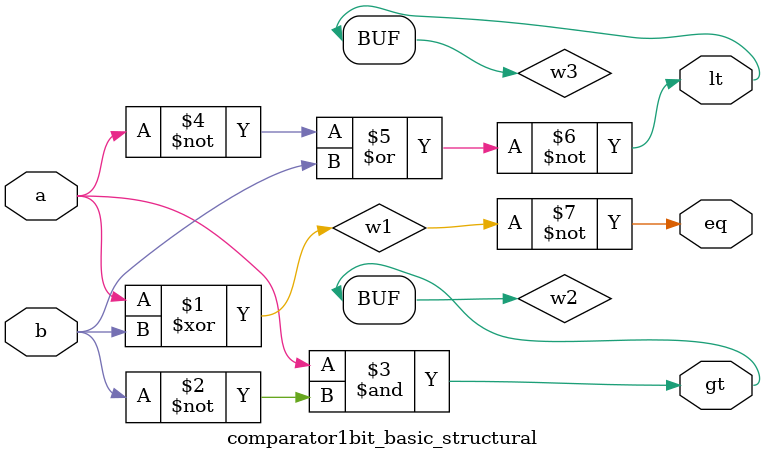
<source format=v>
module comparator1bit_basic_structural(input a, input b, output reg eq, output reg gt, output reg lt);

    wire w1,w2,w3;

    xor u_xor(w1, a, b); // A != B
    and u_and(w2, a, ~b); // A > B
    nor u_nor(w3, ~a, b); // A < B

    assign eq = ~w1;
    assign gt = w2;
    assign lt = w3;

endmodule

</source>
